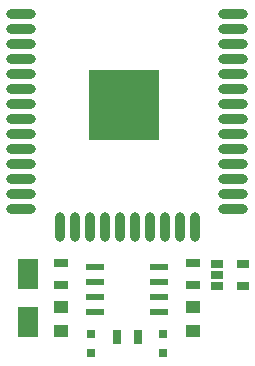
<source format=gbr>
G04 #@! TF.GenerationSoftware,KiCad,Pcbnew,(5.0.2)-1*
G04 #@! TF.CreationDate,2019-10-09T02:29:05+02:00*
G04 #@! TF.ProjectId,esp32-lifepo4,65737033-322d-46c6-9966-65706f342e6b,rev?*
G04 #@! TF.SameCoordinates,Original*
G04 #@! TF.FileFunction,Paste,Top*
G04 #@! TF.FilePolarity,Positive*
%FSLAX46Y46*%
G04 Gerber Fmt 4.6, Leading zero omitted, Abs format (unit mm)*
G04 Created by KiCad (PCBNEW (5.0.2)-1) date 09/10/2019 02:29:05*
%MOMM*%
%LPD*%
G01*
G04 APERTURE LIST*
%ADD10R,1.250000X1.000000*%
%ADD11R,1.800000X2.500000*%
%ADD12R,0.800000X0.800000*%
%ADD13R,0.797560X1.198880*%
%ADD14R,1.198880X0.797560*%
%ADD15O,2.500000X0.900000*%
%ADD16O,0.900000X2.500000*%
%ADD17R,6.000000X6.000000*%
%ADD18R,1.550000X0.600000*%
%ADD19R,1.060000X0.650000*%
G04 APERTURE END LIST*
D10*
G04 #@! TO.C,C1*
X151892000Y-97774000D03*
X151892000Y-95774000D03*
G04 #@! TD*
G04 #@! TO.C,C2*
X163068000Y-95774000D03*
X163068000Y-97774000D03*
G04 #@! TD*
D11*
G04 #@! TO.C,D1*
X149098000Y-92996000D03*
X149098000Y-96996000D03*
G04 #@! TD*
D12*
G04 #@! TO.C,D2*
X160528000Y-98006000D03*
X160528000Y-99606000D03*
G04 #@! TD*
G04 #@! TO.C,D3*
X154432000Y-99606000D03*
X154432000Y-98006000D03*
G04 #@! TD*
D13*
G04 #@! TO.C,R1*
X158379160Y-98298000D03*
X156580840Y-98298000D03*
G04 #@! TD*
D14*
G04 #@! TO.C,R2*
X151892000Y-92064840D03*
X151892000Y-93863160D03*
G04 #@! TD*
G04 #@! TO.C,R3*
X163068000Y-93863160D03*
X163068000Y-92064840D03*
G04 #@! TD*
D15*
G04 #@! TO.C,U1*
X166480000Y-70950000D03*
X166480000Y-72220000D03*
X166480000Y-73490000D03*
X166480000Y-74760000D03*
X166480000Y-76030000D03*
X166480000Y-77300000D03*
X166480000Y-78570000D03*
X166480000Y-79840000D03*
X166480000Y-81110000D03*
X166480000Y-82380000D03*
X166480000Y-83650000D03*
X166480000Y-84920000D03*
X166480000Y-86190000D03*
X166480000Y-87460000D03*
D16*
X163195000Y-88950000D03*
X161925000Y-88950000D03*
X160655000Y-88950000D03*
X159385000Y-88950000D03*
X158115000Y-88950000D03*
X156845000Y-88950000D03*
X155575000Y-88950000D03*
X154305000Y-88950000D03*
X153035000Y-88950000D03*
X151765000Y-88950000D03*
D15*
X148480000Y-87460000D03*
X148480000Y-86190000D03*
X148480000Y-84920000D03*
X148480000Y-83650000D03*
X148480000Y-82380000D03*
X148480000Y-81110000D03*
X148480000Y-79840000D03*
X148480000Y-78570000D03*
X148480000Y-77300000D03*
X148480000Y-76030000D03*
X148480000Y-74760000D03*
X148480000Y-73490000D03*
X148480000Y-72220000D03*
X148480000Y-70950000D03*
D17*
X157180000Y-78650000D03*
G04 #@! TD*
D18*
G04 #@! TO.C,U2*
X160180000Y-92329000D03*
X160180000Y-93599000D03*
X160180000Y-94869000D03*
X160180000Y-96139000D03*
X154780000Y-96139000D03*
X154780000Y-94869000D03*
X154780000Y-93599000D03*
X154780000Y-92329000D03*
G04 #@! TD*
D19*
G04 #@! TO.C,U3*
X167300000Y-92080000D03*
X167300000Y-93980000D03*
X165100000Y-93980000D03*
X165100000Y-93030000D03*
X165100000Y-92080000D03*
G04 #@! TD*
M02*

</source>
